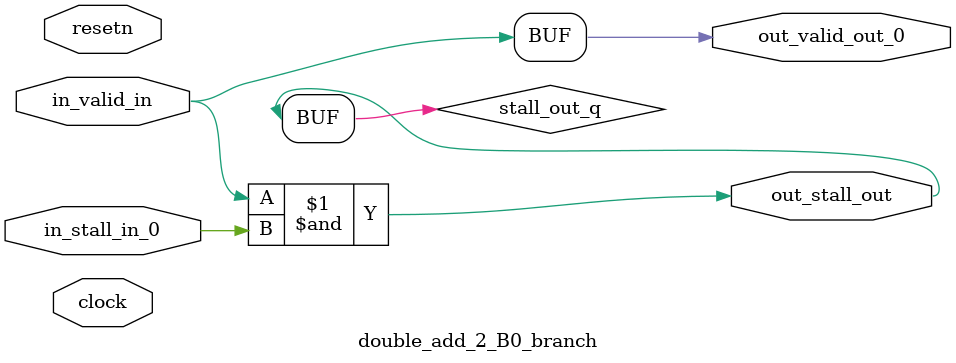
<source format=sv>



(* altera_attribute = "-name AUTO_SHIFT_REGISTER_RECOGNITION OFF; -name MESSAGE_DISABLE 10036; -name MESSAGE_DISABLE 10037; -name MESSAGE_DISABLE 14130; -name MESSAGE_DISABLE 14320; -name MESSAGE_DISABLE 15400; -name MESSAGE_DISABLE 14130; -name MESSAGE_DISABLE 10036; -name MESSAGE_DISABLE 12020; -name MESSAGE_DISABLE 12030; -name MESSAGE_DISABLE 12010; -name MESSAGE_DISABLE 12110; -name MESSAGE_DISABLE 14320; -name MESSAGE_DISABLE 13410; -name MESSAGE_DISABLE 113007; -name MESSAGE_DISABLE 10958" *)
module double_add_2_B0_branch (
    input wire [0:0] in_stall_in_0,
    input wire [0:0] in_valid_in,
    output wire [0:0] out_stall_out,
    output wire [0:0] out_valid_out_0,
    input wire clock,
    input wire resetn
    );

    wire [0:0] stall_out_q;


    // stall_out(LOGICAL,6)
    assign stall_out_q = in_valid_in & in_stall_in_0;

    // out_stall_out(GPOUT,4)
    assign out_stall_out = stall_out_q;

    // out_valid_out_0(GPOUT,5)
    assign out_valid_out_0 = in_valid_in;

endmodule

</source>
